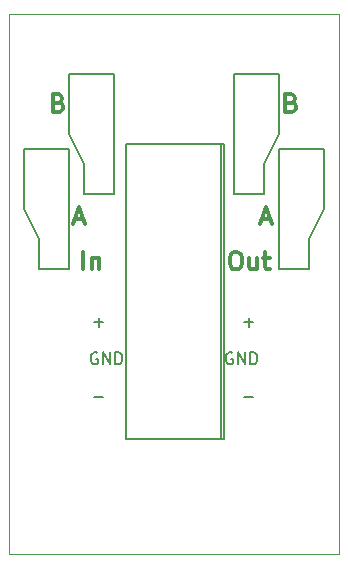
<source format=gbr>
%TF.GenerationSoftware,KiCad,Pcbnew,5.0.2-bee76a0~70~ubuntu16.04.1*%
%TF.CreationDate,2019-06-19T10:23:05+02:00*%
%TF.ProjectId,baseplate_in_output,62617365-706c-4617-9465-5f696e5f6f75,rev?*%
%TF.SameCoordinates,Original*%
%TF.FileFunction,Legend,Top*%
%TF.FilePolarity,Positive*%
%FSLAX46Y46*%
G04 Gerber Fmt 4.6, Leading zero omitted, Abs format (unit mm)*
G04 Created by KiCad (PCBNEW 5.0.2-bee76a0~70~ubuntu16.04.1) date Mi 19 Jun 2019 10:23:05 CEST*
%MOMM*%
%LPD*%
G01*
G04 APERTURE LIST*
%ADD10C,0.200000*%
%ADD11C,0.300000*%
%ADD12C,0.100000*%
%ADD13C,0.150000*%
G04 APERTURE END LIST*
D10*
X32639047Y-45156428D02*
X33400952Y-45156428D01*
X32639047Y-38806428D02*
X33400952Y-38806428D01*
X33020000Y-39187380D02*
X33020000Y-38425476D01*
X32893095Y-41410000D02*
X32797857Y-41362380D01*
X32655000Y-41362380D01*
X32512142Y-41410000D01*
X32416904Y-41505238D01*
X32369285Y-41600476D01*
X32321666Y-41790952D01*
X32321666Y-41933809D01*
X32369285Y-42124285D01*
X32416904Y-42219523D01*
X32512142Y-42314761D01*
X32655000Y-42362380D01*
X32750238Y-42362380D01*
X32893095Y-42314761D01*
X32940714Y-42267142D01*
X32940714Y-41933809D01*
X32750238Y-41933809D01*
X33369285Y-42362380D02*
X33369285Y-41362380D01*
X33940714Y-42362380D01*
X33940714Y-41362380D01*
X34416904Y-42362380D02*
X34416904Y-41362380D01*
X34655000Y-41362380D01*
X34797857Y-41410000D01*
X34893095Y-41505238D01*
X34940714Y-41600476D01*
X34988333Y-41790952D01*
X34988333Y-41933809D01*
X34940714Y-42124285D01*
X34893095Y-42219523D01*
X34797857Y-42314761D01*
X34655000Y-42362380D01*
X34416904Y-42362380D01*
X45339047Y-45156428D02*
X46100952Y-45156428D01*
X44323095Y-41410000D02*
X44227857Y-41362380D01*
X44085000Y-41362380D01*
X43942142Y-41410000D01*
X43846904Y-41505238D01*
X43799285Y-41600476D01*
X43751666Y-41790952D01*
X43751666Y-41933809D01*
X43799285Y-42124285D01*
X43846904Y-42219523D01*
X43942142Y-42314761D01*
X44085000Y-42362380D01*
X44180238Y-42362380D01*
X44323095Y-42314761D01*
X44370714Y-42267142D01*
X44370714Y-41933809D01*
X44180238Y-41933809D01*
X44799285Y-42362380D02*
X44799285Y-41362380D01*
X45370714Y-42362380D01*
X45370714Y-41362380D01*
X45846904Y-42362380D02*
X45846904Y-41362380D01*
X46085000Y-41362380D01*
X46227857Y-41410000D01*
X46323095Y-41505238D01*
X46370714Y-41600476D01*
X46418333Y-41790952D01*
X46418333Y-41933809D01*
X46370714Y-42124285D01*
X46323095Y-42219523D01*
X46227857Y-42314761D01*
X46085000Y-42362380D01*
X45846904Y-42362380D01*
X45339047Y-38806428D02*
X46100952Y-38806428D01*
X45720000Y-39187380D02*
X45720000Y-38425476D01*
D11*
X29627142Y-20212857D02*
X29841428Y-20284285D01*
X29912857Y-20355714D01*
X29984285Y-20498571D01*
X29984285Y-20712857D01*
X29912857Y-20855714D01*
X29841428Y-20927142D01*
X29698571Y-20998571D01*
X29127142Y-20998571D01*
X29127142Y-19498571D01*
X29627142Y-19498571D01*
X29770000Y-19570000D01*
X29841428Y-19641428D01*
X29912857Y-19784285D01*
X29912857Y-19927142D01*
X29841428Y-20070000D01*
X29770000Y-20141428D01*
X29627142Y-20212857D01*
X29127142Y-20212857D01*
X46835714Y-30095000D02*
X47550000Y-30095000D01*
X46692857Y-30523571D02*
X47192857Y-29023571D01*
X47692857Y-30523571D01*
D12*
X25400000Y-58420000D02*
X25400000Y-12700000D01*
X53340000Y-58420000D02*
X25400000Y-58420000D01*
X53340000Y-12700000D02*
X53340000Y-58420000D01*
X25400000Y-12700000D02*
X53340000Y-12700000D01*
D11*
X30960714Y-30095000D02*
X31675000Y-30095000D01*
X30817857Y-30523571D02*
X31317857Y-29023571D01*
X31817857Y-30523571D01*
X49312142Y-20212857D02*
X49526428Y-20284285D01*
X49597857Y-20355714D01*
X49669285Y-20498571D01*
X49669285Y-20712857D01*
X49597857Y-20855714D01*
X49526428Y-20927142D01*
X49383571Y-20998571D01*
X48812142Y-20998571D01*
X48812142Y-19498571D01*
X49312142Y-19498571D01*
X49455000Y-19570000D01*
X49526428Y-19641428D01*
X49597857Y-19784285D01*
X49597857Y-19927142D01*
X49526428Y-20070000D01*
X49455000Y-20141428D01*
X49312142Y-20212857D01*
X48812142Y-20212857D01*
X31706428Y-34333571D02*
X31706428Y-32833571D01*
X32420714Y-33333571D02*
X32420714Y-34333571D01*
X32420714Y-33476428D02*
X32492142Y-33405000D01*
X32635000Y-33333571D01*
X32849285Y-33333571D01*
X32992142Y-33405000D01*
X33063571Y-33547857D01*
X33063571Y-34333571D01*
X44470000Y-32833571D02*
X44755714Y-32833571D01*
X44898571Y-32905000D01*
X45041428Y-33047857D01*
X45112857Y-33333571D01*
X45112857Y-33833571D01*
X45041428Y-34119285D01*
X44898571Y-34262142D01*
X44755714Y-34333571D01*
X44470000Y-34333571D01*
X44327142Y-34262142D01*
X44184285Y-34119285D01*
X44112857Y-33833571D01*
X44112857Y-33333571D01*
X44184285Y-33047857D01*
X44327142Y-32905000D01*
X44470000Y-32833571D01*
X46398571Y-33333571D02*
X46398571Y-34333571D01*
X45755714Y-33333571D02*
X45755714Y-34119285D01*
X45827142Y-34262142D01*
X45970000Y-34333571D01*
X46184285Y-34333571D01*
X46327142Y-34262142D01*
X46398571Y-34190714D01*
X46898571Y-33333571D02*
X47470000Y-33333571D01*
X47112857Y-32833571D02*
X47112857Y-34119285D01*
X47184285Y-34262142D01*
X47327142Y-34333571D01*
X47470000Y-34333571D01*
D13*
X35300000Y-48720000D02*
X35300000Y-23720000D01*
X35300000Y-23720000D02*
X43100000Y-23720000D01*
X43400000Y-23720000D02*
X43400000Y-48720000D01*
X43100000Y-48720000D02*
X35300000Y-48720000D01*
X43100000Y-23720000D02*
X43600000Y-23720000D01*
X43600000Y-23720000D02*
X43600000Y-48720000D01*
X43600000Y-48720000D02*
X43100000Y-48720000D01*
X48260000Y-24130000D02*
X52070000Y-24130000D01*
X48260000Y-34290000D02*
X48260000Y-24130000D01*
X50800000Y-34290000D02*
X48260000Y-34290000D01*
X50800000Y-31750000D02*
X50800000Y-34290000D01*
X52070000Y-29210000D02*
X50800000Y-31750000D01*
X52070000Y-24130000D02*
X52070000Y-29210000D01*
X48260000Y-17780000D02*
X48260000Y-22860000D01*
X48260000Y-22860000D02*
X46990000Y-25400000D01*
X46990000Y-25400000D02*
X46990000Y-27940000D01*
X46990000Y-27940000D02*
X44450000Y-27940000D01*
X44450000Y-27940000D02*
X44450000Y-17780000D01*
X44450000Y-17780000D02*
X48260000Y-17780000D01*
X30480000Y-24130000D02*
X26670000Y-24130000D01*
X30480000Y-34290000D02*
X30480000Y-24130000D01*
X27940000Y-34290000D02*
X30480000Y-34290000D01*
X27940000Y-31750000D02*
X27940000Y-34290000D01*
X26670000Y-29210000D02*
X27940000Y-31750000D01*
X26670000Y-24130000D02*
X26670000Y-29210000D01*
X30480000Y-17780000D02*
X30480000Y-22860000D01*
X30480000Y-22860000D02*
X31750000Y-25400000D01*
X31750000Y-25400000D02*
X31750000Y-27940000D01*
X31750000Y-27940000D02*
X34290000Y-27940000D01*
X34290000Y-27940000D02*
X34290000Y-17780000D01*
X34290000Y-17780000D02*
X30480000Y-17780000D01*
M02*

</source>
